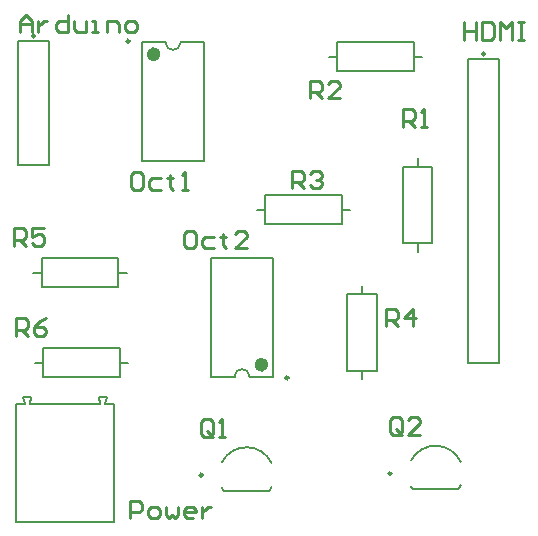
<source format=gbr>
%TF.GenerationSoftware,Altium Limited,Altium Designer,24.10.1 (45)*%
G04 Layer_Color=65535*
%FSLAX45Y45*%
%MOMM*%
%TF.SameCoordinates,47669921-03A9-45D4-BEC5-7B78C51FF8BB*%
%TF.FilePolarity,Positive*%
%TF.FileFunction,Legend,Top*%
%TF.Part,Single*%
G01*
G75*
%TA.AperFunction,NonConductor*%
%ADD22C,0.25000*%
%ADD23C,0.20000*%
%ADD24C,0.60000*%
%ADD25C,0.25400*%
D22*
X279200Y4187500D02*
G03*
X279200Y4187500I-12500J0D01*
G01*
X3297800Y482600D02*
G03*
X3297800Y482600I-12500J0D01*
G01*
X1697600Y469900D02*
G03*
X1697600Y469900I-12500J0D01*
G01*
X2425500Y1292400D02*
G03*
X2425500Y1292400I-12500J0D01*
G01*
X4089200Y4035100D02*
G03*
X4089200Y4035100I-12500J0D01*
G01*
X1079300Y4143200D02*
G03*
X1079300Y4143200I-12500J0D01*
G01*
D23*
X3462614Y372636D02*
G03*
X3476901Y349098I207686J109964D01*
G01*
X3863699D02*
G03*
X3883249Y383210I-193399J133502D01*
G01*
X3883230Y582027D02*
G03*
X3462634Y592600I-212930J-99427D01*
G01*
X1862414Y359936D02*
G03*
X1876701Y336398I207686J109964D01*
G01*
X2263499D02*
G03*
X2283049Y370510I-193399J133502D01*
G01*
X2283030Y569327D02*
G03*
X1862434Y579900I-212930J-99427D01*
G01*
X2095500Y1303400D02*
G03*
X1968500Y1303400I-63500J0D01*
G01*
X1384300Y4132200D02*
G03*
X1511300Y4132200I63500J0D01*
G01*
X132200Y3096500D02*
X401200D01*
Y4142500D01*
X132200D02*
X401200D01*
X132200Y3096500D02*
Y4142500D01*
X233400Y1071500D02*
X833400D01*
X118400D02*
X193400D01*
X233400D02*
X245900Y1131500D01*
X180900D02*
X193400Y1071500D01*
X180900Y1131500D02*
X245900D01*
X873400Y1071500D02*
X948400D01*
X873400D02*
X885900Y1131500D01*
X820900D02*
X833400Y1071500D01*
X820900Y1131500D02*
X885900D01*
X118400Y71501D02*
X948400D01*
X118400D02*
Y1071500D01*
X948400Y71501D02*
Y1071500D01*
X3476900Y349100D02*
X3863700D01*
X1876700Y336400D02*
X2263500D01*
X1767000Y2303400D02*
X2297000D01*
X1767000Y1303400D02*
X1968500D01*
X2095500D02*
X2297000D01*
X1767000D02*
Y2303400D01*
X2297000Y1303400D02*
Y2303400D01*
X2877700Y2717800D02*
X2950200D01*
X2155200D02*
X2227700D01*
Y2592800D02*
Y2842800D01*
Y2592800D02*
X2877700D01*
Y2842800D01*
X2227700D02*
X2877700D01*
X3048000Y1278900D02*
Y1351400D01*
Y2001400D02*
Y2073900D01*
X2923000Y2001400D02*
X3173000D01*
X2923000Y1351400D02*
Y2001400D01*
Y1351400D02*
X3173000D01*
Y2001400D01*
X3942200Y1420100D02*
X4211200D01*
Y3990100D01*
X3942200D02*
X4211200D01*
X3942200Y1420100D02*
Y3990100D01*
X3487300Y4013200D02*
X3559800D01*
X2764800D02*
X2837300D01*
Y3888200D02*
Y4138200D01*
Y3888200D02*
X3487300D01*
Y4138200D01*
X2837300D02*
X3487300D01*
X1182800Y3132200D02*
X1712800D01*
X1511300Y4132200D02*
X1712800D01*
X1182800D02*
X1384300D01*
X1712800Y3132200D02*
Y4132200D01*
X1182800Y3132200D02*
Y4132200D01*
X275600Y1422400D02*
X348100D01*
X998100D02*
X1070600D01*
X998100Y1297400D02*
Y1547400D01*
X348100D02*
X998100D01*
X348100Y1297400D02*
Y1547400D01*
Y1297400D02*
X998100D01*
X262900Y2184400D02*
X335400D01*
X985400D02*
X1057900D01*
X985400Y2059400D02*
Y2309400D01*
X335400D02*
X985400D01*
X335400Y2059400D02*
Y2309400D01*
Y2059400D02*
X985400D01*
X3517900Y2358400D02*
Y2430900D01*
Y3080900D02*
Y3153400D01*
X3392900Y3080900D02*
X3642900D01*
X3392900Y2430900D02*
Y3080900D01*
Y2430900D02*
X3642900D01*
Y3080900D01*
D24*
X2227000Y1403400D02*
G03*
X2227000Y1403400I-30000J0D01*
G01*
X1312800Y4032200D02*
G03*
X1312800Y4032200I-30000J0D01*
G01*
D25*
X152560Y4216425D02*
Y4317992D01*
X203344Y4368775D01*
X254128Y4317992D01*
Y4216425D01*
Y4292600D01*
X152560D01*
X304911Y4317992D02*
Y4216425D01*
Y4267208D01*
X330303Y4292600D01*
X355694Y4317992D01*
X381086D01*
X558829Y4368775D02*
Y4216425D01*
X482654D01*
X457262Y4241817D01*
Y4292600D01*
X482654Y4317992D01*
X558829D01*
X609612D02*
Y4241817D01*
X635004Y4216425D01*
X711180D01*
Y4317992D01*
X761963Y4216425D02*
X812747D01*
X787355D01*
Y4317992D01*
X761963D01*
X888922Y4216425D02*
Y4317992D01*
X965097D01*
X990489Y4292600D01*
Y4216425D01*
X1066665D02*
X1117448D01*
X1142840Y4241817D01*
Y4292600D01*
X1117448Y4317992D01*
X1066665D01*
X1041273Y4292600D01*
Y4241817D01*
X1066665Y4216425D01*
X1079611Y101625D02*
Y253975D01*
X1155786D01*
X1181178Y228583D01*
Y177800D01*
X1155786Y152408D01*
X1079611D01*
X1257354Y101625D02*
X1308137D01*
X1333529Y127017D01*
Y177800D01*
X1308137Y203192D01*
X1257354D01*
X1231962Y177800D01*
Y127017D01*
X1257354Y101625D01*
X1384312Y203192D02*
Y127017D01*
X1409704Y101625D01*
X1435096Y127017D01*
X1460488Y101625D01*
X1485880Y127017D01*
Y203192D01*
X1612839Y101625D02*
X1562055D01*
X1536663Y127017D01*
Y177800D01*
X1562055Y203192D01*
X1612839D01*
X1638230Y177800D01*
Y152408D01*
X1536663D01*
X1689014Y203192D02*
Y101625D01*
Y152408D01*
X1714406Y177800D01*
X1739797Y203192D01*
X1765189D01*
X3388327Y830572D02*
Y932139D01*
X3362935Y957531D01*
X3312152D01*
X3286760Y932139D01*
Y830572D01*
X3312152Y805180D01*
X3362935D01*
X3337543Y855963D02*
X3388327Y805180D01*
X3362935D02*
X3388327Y830572D01*
X3540678Y805180D02*
X3439111D01*
X3540678Y906747D01*
Y932139D01*
X3515286Y957531D01*
X3464503D01*
X3439111Y932139D01*
X1788127Y817872D02*
Y919439D01*
X1762735Y944831D01*
X1711952D01*
X1686560Y919439D01*
Y817872D01*
X1711952Y792480D01*
X1762735D01*
X1737343Y843263D02*
X1788127Y792480D01*
X1762735D02*
X1788127Y817872D01*
X1838911Y792480D02*
X1889694D01*
X1864303D01*
Y944831D01*
X1838911Y919439D01*
X116840Y1643380D02*
Y1795731D01*
X193015D01*
X218407Y1770339D01*
Y1719555D01*
X193015Y1694163D01*
X116840D01*
X167623D02*
X218407Y1643380D01*
X370758Y1795731D02*
X319974Y1770339D01*
X269191Y1719555D01*
Y1668772D01*
X294583Y1643380D01*
X345366D01*
X370758Y1668772D01*
Y1694163D01*
X345366Y1719555D01*
X269191D01*
X104140Y2405380D02*
Y2557731D01*
X180315D01*
X205707Y2532339D01*
Y2481555D01*
X180315Y2456163D01*
X104140D01*
X154923D02*
X205707Y2405380D01*
X358058Y2557731D02*
X256491D01*
Y2481555D01*
X307274Y2506947D01*
X332666D01*
X358058Y2481555D01*
Y2430772D01*
X332666Y2405380D01*
X281883D01*
X256491Y2430772D01*
X3251241Y1727225D02*
Y1879575D01*
X3327417D01*
X3352808Y1854183D01*
Y1803400D01*
X3327417Y1778008D01*
X3251241D01*
X3302025D02*
X3352808Y1727225D01*
X3479767D02*
Y1879575D01*
X3403592Y1803400D01*
X3505159D01*
X2451141Y2895625D02*
Y3047975D01*
X2527317D01*
X2552708Y3022583D01*
Y2971800D01*
X2527317Y2946408D01*
X2451141D01*
X2501925D02*
X2552708Y2895625D01*
X2603492Y3022583D02*
X2628884Y3047975D01*
X2679667D01*
X2705059Y3022583D01*
Y2997192D01*
X2679667Y2971800D01*
X2654275D01*
X2679667D01*
X2705059Y2946408D01*
Y2921017D01*
X2679667Y2895625D01*
X2628884D01*
X2603492Y2921017D01*
X2603541Y3657625D02*
Y3809975D01*
X2679717D01*
X2705108Y3784583D01*
Y3733800D01*
X2679717Y3708408D01*
X2603541D01*
X2654325D02*
X2705108Y3657625D01*
X2857459D02*
X2755892D01*
X2857459Y3759192D01*
Y3784583D01*
X2832067Y3809975D01*
X2781284D01*
X2755892Y3784583D01*
X3398520Y3413760D02*
Y3566111D01*
X3474695D01*
X3500087Y3540719D01*
Y3489935D01*
X3474695Y3464543D01*
X3398520D01*
X3449303D02*
X3500087Y3413760D01*
X3550871D02*
X3601654D01*
X3576263D01*
Y3566111D01*
X3550871Y3540719D01*
X1612962Y2539975D02*
X1562178D01*
X1536786Y2514583D01*
Y2413017D01*
X1562178Y2387625D01*
X1612962D01*
X1638354Y2413017D01*
Y2514583D01*
X1612962Y2539975D01*
X1790704Y2489192D02*
X1714529D01*
X1689137Y2463800D01*
Y2413017D01*
X1714529Y2387625D01*
X1790704D01*
X1866880Y2514583D02*
Y2489192D01*
X1841488D01*
X1892271D01*
X1866880D01*
Y2413017D01*
X1892271Y2387625D01*
X2070014D02*
X1968447D01*
X2070014Y2489192D01*
Y2514583D01*
X2044622Y2539975D01*
X1993839D01*
X1968447Y2514583D01*
X1168454Y3035275D02*
X1117670D01*
X1092278Y3009883D01*
Y2908317D01*
X1117670Y2882925D01*
X1168454D01*
X1193845Y2908317D01*
Y3009883D01*
X1168454Y3035275D01*
X1346196Y2984492D02*
X1270021D01*
X1244629Y2959100D01*
Y2908317D01*
X1270021Y2882925D01*
X1346196D01*
X1422372Y3009883D02*
Y2984492D01*
X1396980D01*
X1447763D01*
X1422372D01*
Y2908317D01*
X1447763Y2882925D01*
X1523939D02*
X1574722D01*
X1549330D01*
Y3035275D01*
X1523939Y3009883D01*
X3911682Y4305275D02*
Y4152925D01*
Y4229100D01*
X4013250D01*
Y4305275D01*
Y4152925D01*
X4064033Y4305275D02*
Y4152925D01*
X4140208D01*
X4165600Y4178317D01*
Y4279883D01*
X4140208Y4305275D01*
X4064033D01*
X4216384Y4152925D02*
Y4305275D01*
X4267167Y4254492D01*
X4317951Y4305275D01*
Y4152925D01*
X4368734Y4305275D02*
X4419518D01*
X4394126D01*
Y4152925D01*
X4368734D01*
X4419518D01*
%TF.MD5,8dec93158c3bb25965a1555a585e2764*%
M02*

</source>
